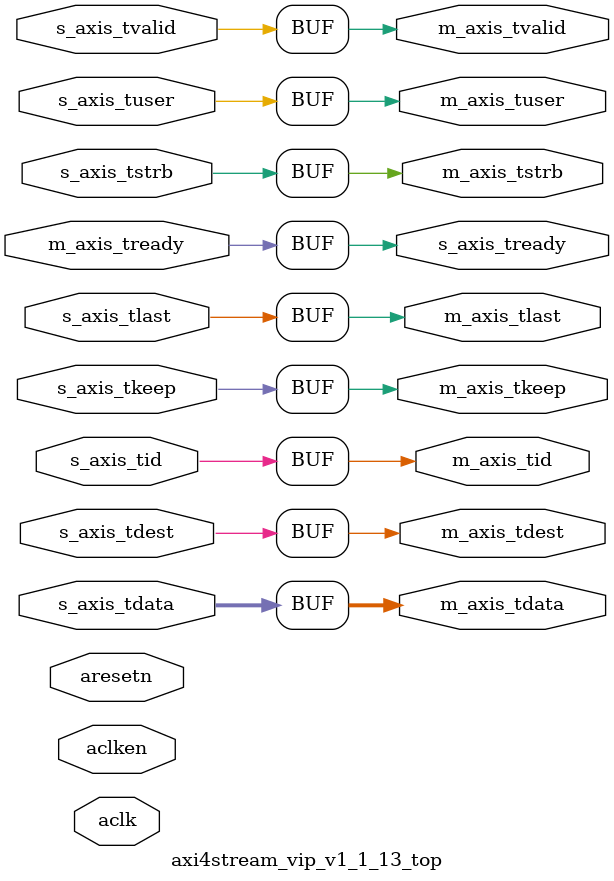
<source format=sv>

`timescale 1ps/1ps

(* DowngradeIPIdentifiedWarnings="yes" *) 
module axi4stream_vip_v1_1_13_top #
  (
   parameter [31:0]  C_AXI4STREAM_SIGNAL_SET         = 32'h063,
   parameter integer C_AXI4STREAM_INTERFACE_MODE     = 1,  //master, slave and bypass
   parameter integer C_AXI4STREAM_DATA_WIDTH        = 8,
   parameter integer C_AXI4STREAM_USER_BITS_PER_BYTE = 0,
   parameter integer C_AXI4STREAM_ID_WIDTH          = 0,
   parameter integer C_AXI4STREAM_DEST_WIDTH        = 0,
   parameter integer C_AXI4STREAM_USER_WIDTH        = 0,
   parameter integer C_AXI4STREAM_HAS_ARESETN       = 0
   )
  (
   // System Signals
   input wire aclk,
   input wire aresetn,
   input wire aclken,

   // Slave side
   input  wire                              s_axis_tvalid,
   output wire                              s_axis_tready,
   input  wire [C_AXI4STREAM_DATA_WIDTH==0? 0:C_AXI4STREAM_DATA_WIDTH-1:0]     s_axis_tdata,
   input  wire [C_AXI4STREAM_DATA_WIDTH/8==0? 0:C_AXI4STREAM_DATA_WIDTH/8-1:0]   s_axis_tstrb,
   input  wire [C_AXI4STREAM_DATA_WIDTH/8==0? 0:C_AXI4STREAM_DATA_WIDTH/8-1:0]   s_axis_tkeep,
   input  wire                              s_axis_tlast,
   input  wire [C_AXI4STREAM_ID_WIDTH==0? 0:C_AXI4STREAM_ID_WIDTH-1:0]         s_axis_tid,
   input  wire [C_AXI4STREAM_DEST_WIDTH==0? 0:C_AXI4STREAM_DEST_WIDTH-1:0]     s_axis_tdest,
   input  wire [C_AXI4STREAM_USER_WIDTH==0? 0:C_AXI4STREAM_USER_WIDTH-1:0]     s_axis_tuser,

   // Master side
   output wire                              m_axis_tvalid,
   input  wire                              m_axis_tready,
   output wire [C_AXI4STREAM_DATA_WIDTH==0? 0:C_AXI4STREAM_DATA_WIDTH-1:0]     m_axis_tdata,
   output wire [C_AXI4STREAM_DATA_WIDTH/8==0? 0:C_AXI4STREAM_DATA_WIDTH/8-1:0]   m_axis_tstrb,
   output wire [C_AXI4STREAM_DATA_WIDTH/8==0? 0:C_AXI4STREAM_DATA_WIDTH/8-1:0]   m_axis_tkeep,
   output wire                              m_axis_tlast,
   output wire [C_AXI4STREAM_ID_WIDTH==0? 0:C_AXI4STREAM_ID_WIDTH-1:0]         m_axis_tid,
   output wire [C_AXI4STREAM_DEST_WIDTH==0? 0:C_AXI4STREAM_DEST_WIDTH-1:0]     m_axis_tdest,
   output wire [C_AXI4STREAM_USER_WIDTH==0? 0:C_AXI4STREAM_USER_WIDTH-1:0]     m_axis_tuser
     );

    //output for slave side, 0 or interface signal(mux)
  assign s_axis_tready =  (C_AXI4STREAM_INTERFACE_MODE ==1 )? m_axis_tready : {1'b0};

  //output for master side, 0 or interface(mux)
  assign m_axis_tvalid = (C_AXI4STREAM_INTERFACE_MODE ==1 )? s_axis_tvalid : {1'b0};
  assign m_axis_tdata  = (C_AXI4STREAM_INTERFACE_MODE ==1 )? s_axis_tdata : {C_AXI4STREAM_DATA_WIDTH==0? 1:C_AXI4STREAM_DATA_WIDTH{1'b0}};
  assign m_axis_tstrb  =(C_AXI4STREAM_INTERFACE_MODE ==1 )? s_axis_tstrb : {C_AXI4STREAM_DATA_WIDTH/8==0? 1:(C_AXI4STREAM_DATA_WIDTH/8){1'b0}};
  assign m_axis_tkeep  =  (C_AXI4STREAM_INTERFACE_MODE ==1 )? s_axis_tkeep : {C_AXI4STREAM_DATA_WIDTH/8==0? 1:(C_AXI4STREAM_DATA_WIDTH/8){1'b0}};
  assign m_axis_tlast  = (C_AXI4STREAM_INTERFACE_MODE ==1 )? s_axis_tlast : {1'b0};
  assign m_axis_tid    = (C_AXI4STREAM_INTERFACE_MODE ==1 )? s_axis_tid: {C_AXI4STREAM_ID_WIDTH==0? 1: C_AXI4STREAM_ID_WIDTH{1'b0}};
  assign m_axis_tdest  = (C_AXI4STREAM_INTERFACE_MODE ==1 )? s_axis_tdest : {(C_AXI4STREAM_DEST_WIDTH==0? 1: C_AXI4STREAM_DEST_WIDTH){1'b0}};
  assign m_axis_tuser  =  (C_AXI4STREAM_INTERFACE_MODE ==1 )? s_axis_tuser: {(C_AXI4STREAM_USER_WIDTH==0? 1: C_AXI4STREAM_USER_WIDTH){1'b0}}; 

endmodule : axi4stream_vip_v1_1_13_top



</source>
